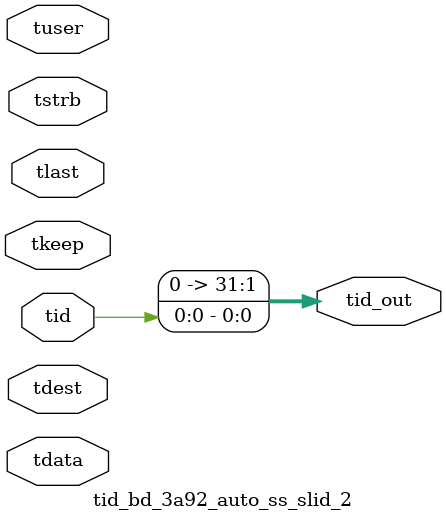
<source format=v>


`timescale 1ps/1ps

module tid_bd_3a92_auto_ss_slid_2 #
(
parameter C_S_AXIS_TID_WIDTH   = 1,
parameter C_S_AXIS_TUSER_WIDTH = 0,
parameter C_S_AXIS_TDATA_WIDTH = 0,
parameter C_S_AXIS_TDEST_WIDTH = 0,
parameter C_M_AXIS_TID_WIDTH   = 32
)
(
input  [(C_S_AXIS_TID_WIDTH   == 0 ? 1 : C_S_AXIS_TID_WIDTH)-1:0       ] tid,
input  [(C_S_AXIS_TDATA_WIDTH == 0 ? 1 : C_S_AXIS_TDATA_WIDTH)-1:0     ] tdata,
input  [(C_S_AXIS_TUSER_WIDTH == 0 ? 1 : C_S_AXIS_TUSER_WIDTH)-1:0     ] tuser,
input  [(C_S_AXIS_TDEST_WIDTH == 0 ? 1 : C_S_AXIS_TDEST_WIDTH)-1:0     ] tdest,
input  [(C_S_AXIS_TDATA_WIDTH/8)-1:0 ] tkeep,
input  [(C_S_AXIS_TDATA_WIDTH/8)-1:0 ] tstrb,
input                                                                    tlast,
output [(C_M_AXIS_TID_WIDTH   == 0 ? 1 : C_M_AXIS_TID_WIDTH)-1:0       ] tid_out
);

assign tid_out = {tid[0:0]};

endmodule


</source>
